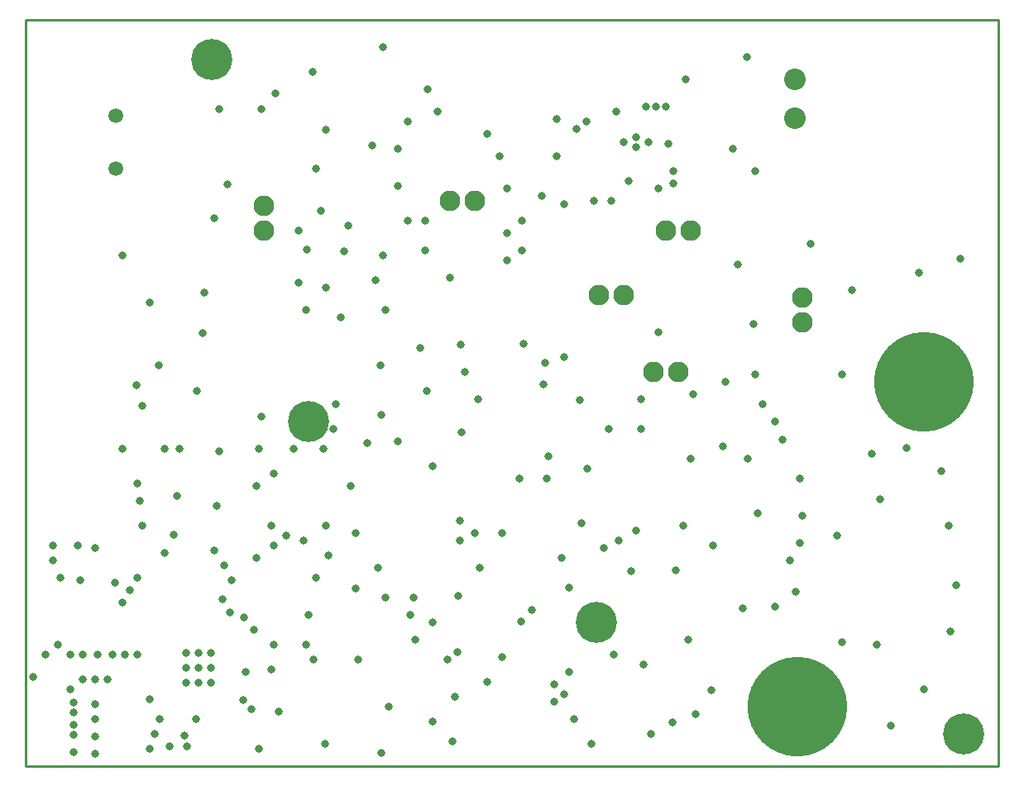
<source format=gbs>
G04*
G04 #@! TF.GenerationSoftware,Altium Limited,Altium Designer,20.1.11 (218)*
G04*
G04 Layer_Color=16711935*
%FSLAX25Y25*%
%MOIN*%
G70*
G04*
G04 #@! TF.SameCoordinates,9738943D-FDB6-407F-A489-FF49C37398C0*
G04*
G04*
G04 #@! TF.FilePolarity,Negative*
G04*
G01*
G75*
%ADD11C,0.01000*%
%ADD98C,0.05918*%
%ADD99C,0.08674*%
%ADD100C,0.16548*%
%ADD101C,0.08300*%
%ADD102C,0.40170*%
%ADD103C,0.03300*%
D11*
X392000D01*
Y301000D01*
X0D02*
X392000D01*
X0Y0D02*
Y301000D01*
D98*
X36441Y262445D02*
D03*
Y240791D02*
D03*
D99*
X310000Y261252D02*
D03*
Y277000D02*
D03*
D100*
X75000Y285000D02*
D03*
X378000Y13000D02*
D03*
X114000Y139000D02*
D03*
X230000Y58000D02*
D03*
D101*
X258000Y216000D02*
D03*
X268000D02*
D03*
X253000Y159000D02*
D03*
X263000D02*
D03*
X96000Y216000D02*
D03*
Y226000D02*
D03*
X313000Y179000D02*
D03*
Y189000D02*
D03*
X241000Y190000D02*
D03*
X231000D02*
D03*
X181000Y228000D02*
D03*
X171000D02*
D03*
D102*
X362000Y155000D02*
D03*
X311000Y24000D02*
D03*
D103*
X117000Y241000D02*
D03*
X270000Y21000D02*
D03*
X245889Y253504D02*
D03*
Y249504D02*
D03*
X250909Y251504D02*
D03*
X240869D02*
D03*
X164000Y18000D02*
D03*
X69614Y39512D02*
D03*
X74614D02*
D03*
Y33512D02*
D03*
X69614D02*
D03*
X64614D02*
D03*
Y39512D02*
D03*
X69614Y45512D02*
D03*
X74614D02*
D03*
X64614D02*
D03*
X121028Y256720D02*
D03*
X82449Y62000D02*
D03*
X79449Y67250D02*
D03*
X91000Y23000D02*
D03*
X68827Y18850D02*
D03*
X58000Y8000D02*
D03*
X42000Y71000D02*
D03*
X50000Y7000D02*
D03*
X54000Y19000D02*
D03*
X45000Y76000D02*
D03*
X52000Y13000D02*
D03*
X64000Y12250D02*
D03*
X39000Y66000D02*
D03*
X259000Y251000D02*
D03*
X45000Y45000D02*
D03*
X40000D02*
D03*
X35000D02*
D03*
X29000D02*
D03*
X23000D02*
D03*
X18000D02*
D03*
X8000D02*
D03*
X3000Y36000D02*
D03*
X19195Y5500D02*
D03*
Y12500D02*
D03*
Y16500D02*
D03*
Y21500D02*
D03*
Y25500D02*
D03*
X28000Y25000D02*
D03*
X199000Y116000D02*
D03*
X181000Y94000D02*
D03*
X266000Y277000D02*
D03*
X294000Y240000D02*
D03*
X285000Y249000D02*
D03*
X222000Y257000D02*
D03*
X214000Y261000D02*
D03*
X226000Y260000D02*
D03*
X261000Y235000D02*
D03*
X191000Y245850D02*
D03*
X258000Y266000D02*
D03*
X254000D02*
D03*
X250000D02*
D03*
X255000Y233000D02*
D03*
X261000Y240000D02*
D03*
X229000Y228000D02*
D03*
X242937Y236000D02*
D03*
X236000Y228000D02*
D03*
X238000Y264000D02*
D03*
X175000Y91000D02*
D03*
X186000Y34000D02*
D03*
X116000Y43000D02*
D03*
X290814Y285924D02*
D03*
X355026Y128148D02*
D03*
X369000Y119000D02*
D03*
X372000Y97000D02*
D03*
X375000Y73000D02*
D03*
X348550Y16213D02*
D03*
X362000Y31000D02*
D03*
X372603Y54141D02*
D03*
X343000Y49000D02*
D03*
X329000Y50000D02*
D03*
Y158000D02*
D03*
X340841Y125989D02*
D03*
X344233Y107488D02*
D03*
X327000Y93000D02*
D03*
X376611Y204622D02*
D03*
X360000Y199000D02*
D03*
X333000Y192000D02*
D03*
X316481Y210481D02*
D03*
X286878Y202155D02*
D03*
X293354Y178411D02*
D03*
X214000Y246000D02*
D03*
X216880Y226516D02*
D03*
X208000Y230000D02*
D03*
X166000Y264000D02*
D03*
X162000Y273000D02*
D03*
X139601Y250149D02*
D03*
X115672Y280104D02*
D03*
X100695Y271324D02*
D03*
X95000Y265000D02*
D03*
X78000D02*
D03*
X81413Y234483D02*
D03*
X76000Y221000D02*
D03*
X39000Y206000D02*
D03*
X95000Y141000D02*
D03*
X71428Y174746D02*
D03*
X72000Y191000D02*
D03*
X50000Y187000D02*
D03*
X69018Y151161D02*
D03*
X53524Y161490D02*
D03*
X44572Y153743D02*
D03*
X47155Y145135D02*
D03*
X39000Y128000D02*
D03*
X45000Y114000D02*
D03*
X59722Y93145D02*
D03*
X61000Y109000D02*
D03*
X78000Y127000D02*
D03*
X108000Y128000D02*
D03*
X94000D02*
D03*
X120000D02*
D03*
X124000Y136000D02*
D03*
X125000Y146000D02*
D03*
X113000Y184000D02*
D03*
X110000Y195000D02*
D03*
X121000Y193000D02*
D03*
X113434Y208144D02*
D03*
X128239Y207455D02*
D03*
X144000Y206000D02*
D03*
X141000Y196000D02*
D03*
X145000Y184000D02*
D03*
X127000Y181000D02*
D03*
X143044Y161490D02*
D03*
X143389Y141520D02*
D03*
X137536Y130158D02*
D03*
X150000Y131000D02*
D03*
X158883Y168548D02*
D03*
X161809Y151333D02*
D03*
X175582Y134462D02*
D03*
X182296Y147890D02*
D03*
X175237Y169925D02*
D03*
X200716Y170270D02*
D03*
X209324Y162695D02*
D03*
X208807Y154087D02*
D03*
X223268Y147546D02*
D03*
X235000Y136000D02*
D03*
X210529Y124993D02*
D03*
X226195Y119829D02*
D03*
X247886Y136011D02*
D03*
Y147890D02*
D03*
X268000Y124000D02*
D03*
X269000Y150000D02*
D03*
X281000Y129000D02*
D03*
X282000Y155000D02*
D03*
X294000Y158000D02*
D03*
X297000Y146000D02*
D03*
X302000Y139000D02*
D03*
X305041Y131535D02*
D03*
X312000Y116000D02*
D03*
X313000Y101000D02*
D03*
X312000Y90000D02*
D03*
X308000Y83000D02*
D03*
X310378Y70420D02*
D03*
X301942Y64223D02*
D03*
X288859Y63706D02*
D03*
X262000Y79000D02*
D03*
X267000Y51000D02*
D03*
X276464Y30481D02*
D03*
X260798Y17569D02*
D03*
X252000Y13000D02*
D03*
X228000Y9000D02*
D03*
X221000Y19000D02*
D03*
X217000Y29000D02*
D03*
X219000Y38000D02*
D03*
X237000Y45000D02*
D03*
X243994Y78497D02*
D03*
X239000Y91000D02*
D03*
X224000Y98000D02*
D03*
X219000Y72000D02*
D03*
X175000Y99000D02*
D03*
X164000Y121000D02*
D03*
X28000Y5000D02*
D03*
Y12000D02*
D03*
Y19000D02*
D03*
X23000Y35000D02*
D03*
X33000D02*
D03*
X18000Y31000D02*
D03*
X28000Y35000D02*
D03*
X13000Y49000D02*
D03*
X14129Y76012D02*
D03*
X22000Y75000D02*
D03*
X36000Y74000D02*
D03*
X56000Y86000D02*
D03*
X99000Y97000D02*
D03*
X87655Y26449D02*
D03*
X88744Y37887D02*
D03*
X99000Y39000D02*
D03*
X100000Y49000D02*
D03*
X92000Y55000D02*
D03*
X112000Y91000D02*
D03*
X122000Y85000D02*
D03*
X132860Y71473D02*
D03*
X174252Y68568D02*
D03*
X156279Y68024D02*
D03*
X145000Y68000D02*
D03*
X157006Y50958D02*
D03*
X146476Y23908D02*
D03*
X143208Y5390D02*
D03*
X120696Y8839D02*
D03*
X94000Y7000D02*
D03*
X171000Y197000D02*
D03*
X217000Y165000D02*
D03*
X194000Y233000D02*
D03*
X204000Y63000D02*
D03*
X144000Y290000D02*
D03*
X291000Y124000D02*
D03*
X93000Y84000D02*
D03*
X142000Y80000D02*
D03*
X133000Y94000D02*
D03*
X121000Y97000D02*
D03*
X100000Y118000D02*
D03*
X114000Y61000D02*
D03*
X117000Y76000D02*
D03*
X194000Y204000D02*
D03*
X200000Y208000D02*
D03*
X194000Y215000D02*
D03*
X200000Y220000D02*
D03*
X161000D02*
D03*
X154000D02*
D03*
X150000Y234000D02*
D03*
X172000Y10000D02*
D03*
X150000Y249000D02*
D03*
X154000Y260000D02*
D03*
X186000Y255000D02*
D03*
X155000Y61000D02*
D03*
X164000Y58040D02*
D03*
X213000Y33000D02*
D03*
Y26000D02*
D03*
X249000Y41000D02*
D03*
X105000Y93000D02*
D03*
X100000Y89000D02*
D03*
X265032Y97031D02*
D03*
X134000Y43000D02*
D03*
X113000Y49000D02*
D03*
X173000Y28000D02*
D03*
X170000Y43000D02*
D03*
X174000Y46000D02*
D03*
X199608Y58392D02*
D03*
X192000Y44000D02*
D03*
X183000Y80000D02*
D03*
X233000Y88000D02*
D03*
X216000Y84000D02*
D03*
X80000Y81000D02*
D03*
X83000Y75000D02*
D03*
X76000Y87000D02*
D03*
X255000Y175000D02*
D03*
X130000Y218000D02*
D03*
X110000Y216000D02*
D03*
X119000Y224000D02*
D03*
X161000Y208000D02*
D03*
X131000Y113000D02*
D03*
X93000D02*
D03*
X177000Y159000D02*
D03*
X102000Y22000D02*
D03*
X65000Y8000D02*
D03*
X246000Y95000D02*
D03*
X77000Y105000D02*
D03*
X192000Y94000D02*
D03*
X210000Y116000D02*
D03*
X277000Y89000D02*
D03*
X295000Y102000D02*
D03*
X88000Y60000D02*
D03*
X62000Y128000D02*
D03*
X56000D02*
D03*
X47150Y97000D02*
D03*
X46000Y107000D02*
D03*
X11000Y83000D02*
D03*
X28000Y88000D02*
D03*
X11000Y89000D02*
D03*
X21000D02*
D03*
X50000Y27000D02*
D03*
M02*

</source>
